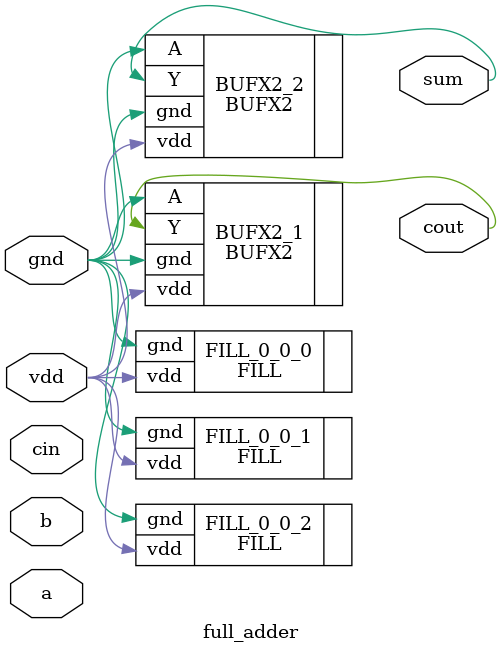
<source format=v>

module full_adder ( gnd, vdd, a, b, cin, sum, cout);

input gnd, vdd;
input a;
input b;
input cin;
output sum;
output cout;

BUFX2 BUFX2_1 ( .gnd(gnd), .vdd(vdd), .A(gnd), .Y(cout) );
BUFX2 BUFX2_2 ( .gnd(gnd), .vdd(vdd), .A(gnd), .Y(sum) );
FILL FILL_0_0_0 ( .vdd(vdd), .gnd(gnd) );
FILL FILL_0_0_1 ( .vdd(vdd), .gnd(gnd) );
FILL FILL_0_0_2 ( .vdd(vdd), .gnd(gnd) );
endmodule

</source>
